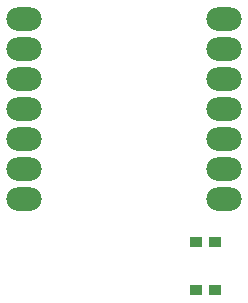
<source format=gbr>
%TF.GenerationSoftware,KiCad,Pcbnew,(7.0.0-0)*%
%TF.CreationDate,2023-03-02T20:45:30+01:00*%
%TF.ProjectId,OpenKNXiaO-Mini,4f70656e-4b4e-4586-9961-4f2d4d696e69,1.3*%
%TF.SameCoordinates,Original*%
%TF.FileFunction,Paste,Bot*%
%TF.FilePolarity,Positive*%
%FSLAX46Y46*%
G04 Gerber Fmt 4.6, Leading zero omitted, Abs format (unit mm)*
G04 Created by KiCad (PCBNEW (7.0.0-0)) date 2023-03-02 20:45:30*
%MOMM*%
%LPD*%
G01*
G04 APERTURE LIST*
%ADD10O,3.000000X2.000000*%
%ADD11R,1.000000X0.900000*%
G04 APERTURE END LIST*
D10*
%TO.C,U1*%
X133110013Y-102635785D03*
X133110013Y-105175785D03*
X133110013Y-107715785D03*
X133110013Y-110255785D03*
X133110013Y-112795785D03*
X133110013Y-115335785D03*
X133110013Y-117875785D03*
X116110013Y-117875785D03*
X116110013Y-115335785D03*
X116110013Y-112795785D03*
X116110013Y-110255785D03*
X116110013Y-107715785D03*
X116110013Y-105175785D03*
X116110013Y-102635785D03*
%TD*%
D11*
%TO.C,SW1*%
X130699999Y-125629999D03*
X132299999Y-125629999D03*
X130699999Y-121529999D03*
X132299999Y-121529999D03*
%TD*%
M02*

</source>
